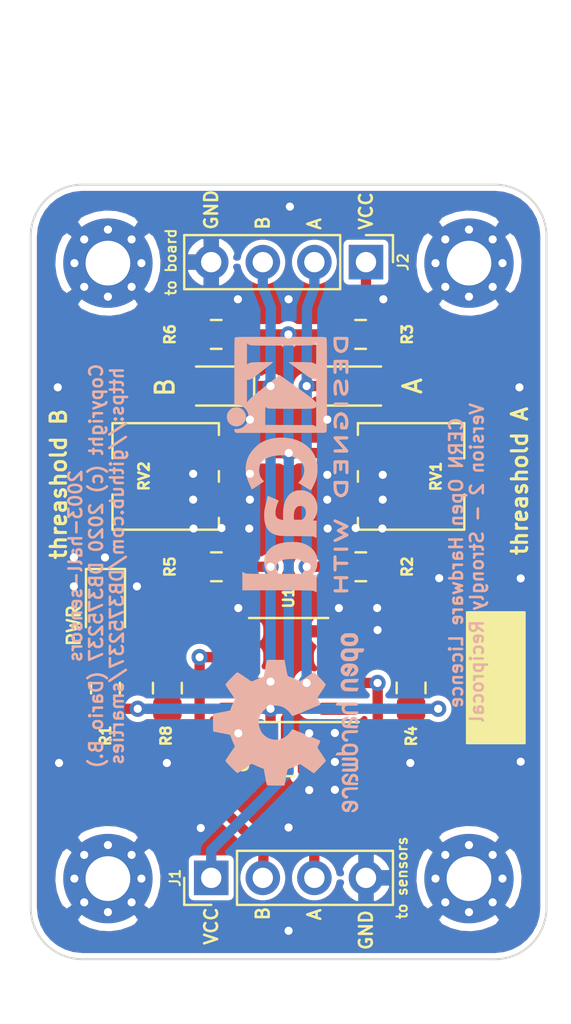
<source format=kicad_pcb>
(kicad_pcb (version 20171130) (host pcbnew "(5.1.5)-3")
  (layers (0 F.Cu signal) (31 B.Cu signal) (34 B.Paste user) (35 F.Paste user) (36 B.SilkS user) (37 F.SilkS user) (38 B.Mask user) (39 F.Mask user) (44 Edge.Cuts user))
  (net 0 "")
  (net 1 GND)
  (net 2 +5V)
  (net 3 "Net-(D2-Pad2)")
  (net 4 "Net-(D3-Pad2)")
  (net 5 /OUT-A)
  (net 6 "Net-(D6-Pad2)")
  (net 7 /OUT-B)
  (net 8 /IN-A)
  (net 9 /IN-B)
  (net 10 /V-REF-A)
  (net 11 /V-REF-B)
  (module Symbol:OSHW-Logo2_9.8x8mm_SilkScreen (layer B.Cu) (at 156.6672 120.5484 270)
    (fp_text reference REF** hide)
    (fp_text value OSHW-Logo2_9.8x8mm_SilkScreen hide)
  )
  (module Symbol:KiCad-Logo2_5mm_SilkScreen (layer B.Cu) (at 156.6164 107.8484 270)
    (fp_text reference REF** hide)
    (fp_text value KiCad-Logo2_5mm_SilkScreen hide)
  )
  (module Package_SO:SOIC-8_3.9x4.9mm_P1.27mm (layer F.Cu) (at 156.674513 117.959446 180)
    (fp_text reference U1 (at 0 3.556 90) (layer F.SilkS) (effects (font (size 0.508 0.508) (thickness 0.127))))
    (fp_text value LMV393)
    (pad 8 smd roundrect (at 2.475 -1.905 180) (size 1.95 0.6) (layers F.Cu F.Paste F.Mask) (net 2 +5V))
    (pad 7 smd roundrect (at 2.475 -0.635 180) (size 1.95 0.6) (layers F.Cu F.Paste F.Mask) (net 7 /OUT-B))
    (pad 6 smd roundrect (at 2.475 0.635 180) (size 1.95 0.6) (layers F.Cu F.Paste F.Mask) (net 9 /IN-B))
    (pad 5 smd roundrect (at 2.475 1.905 180) (size 1.95 0.6) (layers F.Cu F.Paste F.Mask) (net 11 /V-REF-B))
    (pad 4 smd roundrect (at -2.475 1.905 180) (size 1.95 0.6) (layers F.Cu F.Paste F.Mask) (net 1 GND))
    (pad 3 smd roundrect (at -2.475 0.635 180) (size 1.95 0.6) (layers F.Cu F.Paste F.Mask) (net 10 /V-REF-A))
    (pad 2 smd roundrect (at -2.475 -0.635 180) (size 1.95 0.6) (layers F.Cu F.Paste F.Mask) (net 8 /IN-A))
    (pad 1 smd roundrect (at -2.475 -1.905 180) (size 1.95 0.6) (layers F.Cu F.Paste F.Mask) (net 5 /OUT-A))
  )
  (module MountingHole:MountingHole_2.2mm_M2_Pad_Via (layer F.Cu) (at 165.5572 128.2192)
    (fp_text reference H4 hide)
    (fp_text value MountingHole_Pad)
    (pad 1 thru_hole circle (at 1.166726 -1.166726) (size 0.7 0.7) (drill 0.4) (layers *.Cu *.Mask) (net 1 GND))
    (pad 1 thru_hole circle (at 0 -1.65) (size 0.7 0.7) (drill 0.4) (layers *.Cu *.Mask) (net 1 GND))
    (pad 1 thru_hole circle (at -1.166726 -1.166726) (size 0.7 0.7) (drill 0.4) (layers *.Cu *.Mask) (net 1 GND))
    (pad 1 thru_hole circle (at -1.65 0) (size 0.7 0.7) (drill 0.4) (layers *.Cu *.Mask) (net 1 GND))
    (pad 1 thru_hole circle (at -1.166726 1.166726) (size 0.7 0.7) (drill 0.4) (layers *.Cu *.Mask) (net 1 GND))
    (pad 1 thru_hole circle (at 0 1.65) (size 0.7 0.7) (drill 0.4) (layers *.Cu *.Mask) (net 1 GND))
    (pad 1 thru_hole circle (at 1.166726 1.166726) (size 0.7 0.7) (drill 0.4) (layers *.Cu *.Mask) (net 1 GND))
    (pad 1 thru_hole circle (at 1.65 0) (size 0.7 0.7) (drill 0.4) (layers *.Cu *.Mask) (net 1 GND))
    (pad 1 thru_hole circle (at 0 0) (size 4.4 4.4) (drill 2.2) (layers *.Cu *.Mask) (net 1 GND))
  )
  (module Potentiometer_SMD:Potentiometer_Vishay_TS53YL_Vertical (layer F.Cu) (at 150.622514 108.434446)
    (fp_text reference RV2 (at -1.067314 0.785554 90) (layer F.SilkS) (effects (font (size 0.508 0.508) (thickness 0.127)) (justify left)))
    (fp_text value 10K)
    (pad 3 smd rect (at 2.75 1.15) (size 1.3 1.3) (layers F.Cu F.Paste F.Mask) (net 1 GND))
    (pad 2 smd rect (at -2.75 0) (size 2 1.3) (layers F.Cu F.Paste F.Mask) (net 11 /V-REF-B))
    (pad 1 smd rect (at 2.75 -1.15) (size 1.3 1.3) (layers F.Cu F.Paste F.Mask) (net 2 +5V))
  )
  (module Potentiometer_SMD:Potentiometer_Vishay_TS53YL_Vertical (layer F.Cu) (at 162.707014 108.434446 180)
    (fp_text reference RV1 (at -1.226 0 90) (layer F.SilkS) (effects (font (size 0.508 0.508) (thickness 0.127))))
    (fp_text value 10K)
    (pad 1 smd rect (at 2.75 -1.15 180) (size 1.3 1.3) (layers F.Cu F.Paste F.Mask) (net 1 GND))
    (pad 2 smd rect (at -2.75 0 180) (size 2 1.3) (layers F.Cu F.Paste F.Mask) (net 10 /V-REF-A))
    (pad 3 smd rect (at 2.75 1.15 180) (size 1.3 1.3) (layers F.Cu F.Paste F.Mask) (net 2 +5V))
  )
  (module Resistor_SMD:R_0805_2012Metric_Pad1.15x1.40mm_HandSolder (layer F.Cu) (at 150.705515 118.848446 270)
    (fp_text reference R8 (at 2.3495 0.0635 90) (layer F.SilkS) (effects (font (size 0.508 0.508) (thickness 0.127))))
    (fp_text value 10K)
    (pad 2 smd roundrect (at 1.025 0 270) (size 1.15 1.4) (layers F.Cu F.Paste F.Mask) (roundrect_rratio 0.217391) (net 2 +5V))
    (pad 1 smd roundrect (at -1.025 0 270) (size 1.15 1.4) (layers F.Cu F.Paste F.Mask) (roundrect_rratio 0.217391) (net 11 /V-REF-B))
  )
  (module Resistor_SMD:R_0805_2012Metric_Pad1.15x1.40mm_HandSolder (layer F.Cu) (at 153.109513 101.449445 180)
    (fp_text reference R6 (at 2.277 0 90) (layer F.SilkS) (effects (font (size 0.508 0.508) (thickness 0.127))))
    (fp_text value 1K hide)
    (pad 2 smd roundrect (at 1.025 0 180) (size 1.15 1.4) (layers F.Cu F.Paste F.Mask) (roundrect_rratio 0.217391) (net 6 "Net-(D6-Pad2)"))
    (pad 1 smd roundrect (at -1.025 0 180) (size 1.15 1.4) (layers F.Cu F.Paste F.Mask) (roundrect_rratio 0.217391) (net 2 +5V))
  )
  (module Resistor_SMD:R_0805_2012Metric_Pad1.15x1.40mm_HandSolder (layer F.Cu) (at 153.118514 112.879446 180)
    (fp_text reference R5 (at 2.286 0 90) (layer F.SilkS) (effects (font (size 0.508 0.508) (thickness 0.127))))
    (fp_text value 100K)
    (pad 2 smd roundrect (at 1.025 0 180) (size 1.15 1.4) (layers F.Cu F.Paste F.Mask) (roundrect_rratio 0.217391) (net 11 /V-REF-B))
    (pad 1 smd roundrect (at -1.025 0 180) (size 1.15 1.4) (layers F.Cu F.Paste F.Mask) (roundrect_rratio 0.217391) (net 7 /OUT-B))
  )
  (module Resistor_SMD:R_0805_2012Metric_Pad1.15x1.40mm_HandSolder (layer F.Cu) (at 162.707014 118.839446 270)
    (fp_text reference R4 (at 2.369354 -0.0127 90) (layer F.SilkS) (effects (font (size 0.508 0.508) (thickness 0.127))))
    (fp_text value 10K)
    (pad 2 smd roundrect (at 1.025 0 270) (size 1.15 1.4) (layers F.Cu F.Paste F.Mask) (roundrect_rratio 0.217391) (net 2 +5V))
    (pad 1 smd roundrect (at -1.025 0 270) (size 1.15 1.4) (layers F.Cu F.Paste F.Mask) (roundrect_rratio 0.217391) (net 10 /V-REF-A))
  )
  (module Resistor_SMD:R_0805_2012Metric_Pad1.15x1.40mm_HandSolder (layer F.Cu) (at 160.221514 101.449446 180)
    (fp_text reference R3 (at -2.295 0 90) (layer F.SilkS) (effects (font (size 0.508 0.508) (thickness 0.127))))
    (fp_text value 1K)
    (pad 2 smd roundrect (at 1.025 0 180) (size 1.15 1.4) (layers F.Cu F.Paste F.Mask) (roundrect_rratio 0.217391) (net 2 +5V))
    (pad 1 smd roundrect (at -1.025 0 180) (size 1.15 1.4) (layers F.Cu F.Paste F.Mask) (roundrect_rratio 0.217391) (net 3 "Net-(D2-Pad2)"))
  )
  (module Resistor_SMD:R_0805_2012Metric_Pad1.15x1.40mm_HandSolder (layer F.Cu) (at 160.230514 112.879445)
    (fp_text reference R2 (at 2.286 0 90) (layer F.SilkS) (effects (font (size 0.508 0.508) (thickness 0.127))))
    (fp_text value 100K)
    (pad 2 smd roundrect (at 1.025 0) (size 1.15 1.4) (layers F.Cu F.Paste F.Mask) (roundrect_rratio 0.217391) (net 10 /V-REF-A))
    (pad 1 smd roundrect (at -1.025 0) (size 1.15 1.4) (layers F.Cu F.Paste F.Mask) (roundrect_rratio 0.217391) (net 5 /OUT-A))
  )
  (module Resistor_SMD:R_0805_2012Metric_Pad1.15x1.40mm_HandSolder (layer F.Cu) (at 147.657514 118.848445 270)
    (fp_text reference R1 (at 2.921 0 270) (layer F.SilkS) (effects (font (size 0.508 0.508) (thickness 0.127)) (justify left)))
    (fp_text value 1K)
    (pad 2 smd roundrect (at 1.025 0 270) (size 1.15 1.4) (layers F.Cu F.Paste F.Mask) (roundrect_rratio 0.217391) (net 2 +5V))
    (pad 1 smd roundrect (at -1.025 0 270) (size 1.15 1.4) (layers F.Cu F.Paste F.Mask) (roundrect_rratio 0.217391) (net 4 "Net-(D3-Pad2)"))
  )
  (module Connector_PinHeader_2.54mm:PinHeader_1x04_P2.54mm_Vertical (layer F.Cu) (at 160.484513 97.893446 270)
    (fp_text reference J2 (at 0 -1.8288 90) (layer F.SilkS) (effects (font (size 0.508 0.508) (thickness 0.1016))))
    (fp_text value "to board" (at 0 9.6012 90) (layer F.SilkS) (effects (font (size 0.508 0.508) (thickness 0.1016))))
    (pad 4 thru_hole oval (at 0 7.62 270) (size 1.7 1.7) (drill 1) (layers *.Cu *.Mask) (net 1 GND))
    (pad 3 thru_hole oval (at 0 5.08 270) (size 1.7 1.7) (drill 1) (layers *.Cu *.Mask) (net 7 /OUT-B))
    (pad 2 thru_hole oval (at 0 2.54 270) (size 1.7 1.7) (drill 1) (layers *.Cu *.Mask) (net 5 /OUT-A))
    (pad 1 thru_hole rect (at 0 0 270) (size 1.7 1.7) (drill 1) (layers *.Cu *.Mask) (net 2 +5V))
  )
  (module Connector_PinHeader_2.54mm:PinHeader_1x04_P2.54mm_Vertical (layer F.Cu) (at 152.864514 128.182945 90)
    (fp_text reference J1 (at 0 -1.778 90) (layer F.SilkS) (effects (font (size 0.508 0.508) (thickness 0.1016))))
    (fp_text value "to sensors" (at 0 9.398 90) (layer F.SilkS) (effects (font (size 0.508 0.508) (thickness 0.1016))))
    (pad 4 thru_hole oval (at 0 7.62 90) (size 1.7 1.7) (drill 1) (layers *.Cu *.Mask) (net 1 GND))
    (pad 3 thru_hole oval (at 0 5.08 90) (size 1.7 1.7) (drill 1) (layers *.Cu *.Mask) (net 8 /IN-A))
    (pad 2 thru_hole oval (at 0 2.54 90) (size 1.7 1.7) (drill 1) (layers *.Cu *.Mask) (net 9 /IN-B))
    (pad 1 thru_hole rect (at 0 0 90) (size 1.7 1.7) (drill 1) (layers *.Cu *.Mask) (net 2 +5V))
  )
  (module MountingHole:MountingHole_2.2mm_M2_Pad_Via (layer F.Cu) (at 165.5572 97.9424)
    (fp_text reference H3 hide)
    (fp_text value MountingHole_Pad)
    (pad 1 thru_hole circle (at 1.166726 -1.166726) (size 0.7 0.7) (drill 0.4) (layers *.Cu *.Mask) (net 1 GND))
    (pad 1 thru_hole circle (at 0 -1.65) (size 0.7 0.7) (drill 0.4) (layers *.Cu *.Mask) (net 1 GND))
    (pad 1 thru_hole circle (at -1.166726 -1.166726) (size 0.7 0.7) (drill 0.4) (layers *.Cu *.Mask) (net 1 GND))
    (pad 1 thru_hole circle (at -1.65 0) (size 0.7 0.7) (drill 0.4) (layers *.Cu *.Mask) (net 1 GND))
    (pad 1 thru_hole circle (at -1.166726 1.166726) (size 0.7 0.7) (drill 0.4) (layers *.Cu *.Mask) (net 1 GND))
    (pad 1 thru_hole circle (at 0 1.65) (size 0.7 0.7) (drill 0.4) (layers *.Cu *.Mask) (net 1 GND))
    (pad 1 thru_hole circle (at 1.166726 1.166726) (size 0.7 0.7) (drill 0.4) (layers *.Cu *.Mask) (net 1 GND))
    (pad 1 thru_hole circle (at 1.65 0) (size 0.7 0.7) (drill 0.4) (layers *.Cu *.Mask) (net 1 GND))
    (pad 1 thru_hole circle (at 0 0) (size 4.4 4.4) (drill 2.2) (layers *.Cu *.Mask) (net 1 GND))
  )
  (module MountingHole:MountingHole_2.2mm_M2_Pad_Via (layer F.Cu) (at 147.7772 128.2192)
    (fp_text reference H2 hide)
    (fp_text value MountingHole_Pad)
    (pad 1 thru_hole circle (at 1.166726 -1.166726) (size 0.7 0.7) (drill 0.4) (layers *.Cu *.Mask) (net 1 GND))
    (pad 1 thru_hole circle (at 0 -1.65) (size 0.7 0.7) (drill 0.4) (layers *.Cu *.Mask) (net 1 GND))
    (pad 1 thru_hole circle (at -1.166726 -1.166726) (size 0.7 0.7) (drill 0.4) (layers *.Cu *.Mask) (net 1 GND))
    (pad 1 thru_hole circle (at -1.65 0) (size 0.7 0.7) (drill 0.4) (layers *.Cu *.Mask) (net 1 GND))
    (pad 1 thru_hole circle (at -1.166726 1.166726) (size 0.7 0.7) (drill 0.4) (layers *.Cu *.Mask) (net 1 GND))
    (pad 1 thru_hole circle (at 0 1.65) (size 0.7 0.7) (drill 0.4) (layers *.Cu *.Mask) (net 1 GND))
    (pad 1 thru_hole circle (at 1.166726 1.166726) (size 0.7 0.7) (drill 0.4) (layers *.Cu *.Mask) (net 1 GND))
    (pad 1 thru_hole circle (at 1.65 0) (size 0.7 0.7) (drill 0.4) (layers *.Cu *.Mask) (net 1 GND))
    (pad 1 thru_hole circle (at 0 0) (size 4.4 4.4) (drill 2.2) (layers *.Cu *.Mask) (net 1 GND))
  )
  (module MountingHole:MountingHole_2.2mm_M2_Pad_Via (layer F.Cu) (at 147.7772 97.9424)
    (fp_text reference H1 hide)
    (fp_text value MountingHole_Pad)
    (pad 1 thru_hole circle (at 1.166726 -1.166726) (size 0.7 0.7) (drill 0.4) (layers *.Cu *.Mask) (net 1 GND))
    (pad 1 thru_hole circle (at 0 -1.65) (size 0.7 0.7) (drill 0.4) (layers *.Cu *.Mask) (net 1 GND))
    (pad 1 thru_hole circle (at -1.166726 -1.166726) (size 0.7 0.7) (drill 0.4) (layers *.Cu *.Mask) (net 1 GND))
    (pad 1 thru_hole circle (at -1.65 0) (size 0.7 0.7) (drill 0.4) (layers *.Cu *.Mask) (net 1 GND))
    (pad 1 thru_hole circle (at -1.166726 1.166726) (size 0.7 0.7) (drill 0.4) (layers *.Cu *.Mask) (net 1 GND))
    (pad 1 thru_hole circle (at 0 1.65) (size 0.7 0.7) (drill 0.4) (layers *.Cu *.Mask) (net 1 GND))
    (pad 1 thru_hole circle (at 1.166726 1.166726) (size 0.7 0.7) (drill 0.4) (layers *.Cu *.Mask) (net 1 GND))
    (pad 1 thru_hole circle (at 1.65 0) (size 0.7 0.7) (drill 0.4) (layers *.Cu *.Mask) (net 1 GND))
    (pad 1 thru_hole circle (at 0 0) (size 4.4 4.4) (drill 2.2) (layers *.Cu *.Mask) (net 1 GND))
  )
  (module LED_SMD:LED_0805_2012Metric_Pad1.15x1.40mm_HandSolder (layer F.Cu) (at 153.118514 103.989446 180)
    (fp_text reference D6 hide)
    (fp_text value B (at 2.531 -0.0635 90) (layer F.SilkS) (effects (font (size 0.889 0.889) (thickness 0.1524))))
    (pad 2 smd roundrect (at 1.025 0 180) (size 1.15 1.4) (layers F.Cu F.Paste F.Mask) (roundrect_rratio 0.217391) (net 6 "Net-(D6-Pad2)"))
    (pad 1 smd roundrect (at -1.025 0 180) (size 1.15 1.4) (layers F.Cu F.Paste F.Mask) (roundrect_rratio 0.217391) (net 7 /OUT-B))
  )
  (module LED_SMD:LED_0805_2012Metric_Pad1.15x1.40mm_HandSolder (layer F.Cu) (at 147.657514 114.847945 270)
    (fp_text reference D3 hide)
    (fp_text value PWR (at 0.925255 1.556714 90) (layer F.SilkS) (effects (font (size 0.635 0.635) (thickness 0.127))))
    (pad 2 smd roundrect (at 1.025 0 270) (size 1.15 1.4) (layers F.Cu F.Paste F.Mask) (roundrect_rratio 0.217391) (net 4 "Net-(D3-Pad2)"))
    (pad 1 smd roundrect (at -1.025 0 270) (size 1.15 1.4) (layers F.Cu F.Paste F.Mask) (roundrect_rratio 0.217391) (net 1 GND))
  )
  (module LED_SMD:LED_0805_2012Metric_Pad1.15x1.40mm_HandSolder (layer F.Cu) (at 160.230514 103.989446)
    (fp_text reference D2 hide)
    (fp_text value A (at 2.549 0 90) (layer F.SilkS) (effects (font (size 0.889 0.889) (thickness 0.1524))))
    (pad 2 smd roundrect (at 1.025 0) (size 1.15 1.4) (layers F.Cu F.Paste F.Mask) (roundrect_rratio 0.217391) (net 3 "Net-(D2-Pad2)"))
    (pad 1 smd roundrect (at -1.025 0) (size 1.15 1.4) (layers F.Cu F.Paste F.Mask) (roundrect_rratio 0.217391) (net 5 /OUT-A))
  )
  (module Capacitor_SMD:C_0805_2012Metric_Pad1.15x1.40mm_HandSolder (layer F.Cu) (at 156.674513 122.467946)
    (fp_text reference C1 (at -2.2352 0.0127 90) (layer F.SilkS) (effects (font (size 0.508 0.508) (thickness 0.127))))
    (fp_text value 0.1uF)
    (pad 2 smd roundrect (at 1.025 0) (size 1.15 1.4) (layers F.Cu F.Paste F.Mask) (roundrect_rratio 0.217391) (net 1 GND))
    (pad 1 smd roundrect (at -1.025 0) (size 1.15 1.4) (layers F.Cu F.Paste F.Mask) (roundrect_rratio 0.217391) (net 2 +5V))
  )
  (gr_poly (pts (xy 168.3004 121.5644) (xy 165.4556 121.5644) (xy 165.4556 115.1128) (xy 168.3004 115.1128)) (layer F.SilkS) (width 0.1))
  (gr_arc (start 166.834515 96.623445) (end 169.374514 96.623445) (angle -90) (layer Edge.Cuts) (width 0.1016))
  (gr_arc (start 146.514514 96.623445) (end 146.514515 94.083446) (angle -90) (layer Edge.Cuts) (width 0.1016))
  (gr_arc (start 146.514514 129.643445) (end 143.974515 129.643445) (angle -90) (layer Edge.Cuts) (width 0.1016))
  (gr_arc (start 166.834515 129.643445) (end 166.834513 132.183446) (angle -90) (layer Edge.Cuts) (width 0.1016))
  (gr_text "CERN Open Hardware Licence\nVersion 2 - Strongly Reciprocal" (at 165.437514 112.688945 90) (layer B.SilkS) (effects (font (size 0.635 0.635) (thickness 0.127)) (justify mirror)))
  (gr_text "2003-hall-sensors\nCopyright (c) 2020 DB375237 (Dario B.)\nhttps://github.com/DB375237/smarties" (at 147.200315 112.841345 90) (layer B.SilkS) (effects (font (size 0.635 0.635) (thickness 0.127)) (justify mirror)))
  (gr_text A (at 157.944514 130.341945 90) (layer F.SilkS) (effects (font (size 0.635 0.635) (thickness 0.127)) (justify left)))
  (gr_text B (at 155.404514 130.341945 90) (layer F.SilkS) (effects (font (size 0.635 0.635) (thickness 0.127)) (justify left)))
  (gr_text GND (at 160.484514 131.802445 90) (layer F.SilkS) (effects (font (size 0.635 0.635) (thickness 0.127)) (justify left)))
  (gr_text VCC (at 152.864514 131.548445 90) (layer F.SilkS) (effects (font (size 0.635 0.635) (thickness 0.127)) (justify left)))
  (gr_text "threashold B" (at 145.346113 108.815446 90) (layer F.SilkS) (effects (font (size 0.762 0.762) (thickness 0.1524))))
  (gr_text "threashold A" (at 168.053713 108.663046 90) (layer F.SilkS) (effects (font (size 0.762 0.762) (thickness 0.1524))))
  (gr_text A (at 157.944513 96.369446 90) (layer F.SilkS) (effects (font (size 0.635 0.635) (thickness 0.127)) (justify left)))
  (gr_text B (at 155.404513 96.369446 90) (layer F.SilkS) (effects (font (size 0.635 0.635) (thickness 0.127)) (justify left)))
  (gr_text VCC (at 160.484513 96.369445 90) (layer F.SilkS) (effects (font (size 0.635 0.635) (thickness 0.127)) (justify left)))
  (gr_text GND (at 152.864514 96.369446 90) (layer F.SilkS) (effects (font (size 0.635 0.635) (thickness 0.127)) (justify left)))
  (gr_line (start 143.974515 129.643445) (end 143.974515 96.623445) (layer Edge.Cuts) (width 0.1016))
  (gr_line (start 166.834513 132.183446) (end 146.514514 132.183445) (layer Edge.Cuts) (width 0.1016))
  (gr_line (start 169.374514 96.623445) (end 169.374514 129.643445) (layer Edge.Cuts) (width 0.1016))
  (gr_line (start 146.514515 94.083446) (end 166.834513 94.083445) (layer Edge.Cuts) (width 0.1016))
  (via (at 168.104514 122.467945) (size 0.8) (drill 0.4) (layers F.Cu B.Cu) (net 1))
  (via (at 145.308014 104.052945) (size 0.8) (drill 0.4) (layers F.Cu B.Cu) (net 1))
  (via (at 168.041014 104.052946) (size 0.8) (drill 0.4) (layers F.Cu B.Cu) (net 1))
  (via (at 145.371514 122.531445) (size 0.8) (drill 0.4) (layers F.Cu B.Cu) (net 1))
  (via (at 156.674515 130.786445) (size 0.8) (drill 0.4) (layers F.Cu B.Cu) (net 1))
  (via (at 154.769515 109.577446) (size 0.8) (drill 0.4) (layers F.Cu B.Cu) (net 1))
  (via (at 151.975514 109.577445) (size 0.8) (drill 0.4) (layers F.Cu B.Cu) (net 1))
  (via (at 153.372515 110.974445) (size 0.8) (drill 0.4) (layers F.Cu B.Cu) (net 1))
  (via (at 158.579513 109.577445) (size 0.8) (drill 0.4) (layers F.Cu B.Cu) (net 1))
  (via (at 159.976515 110.974445) (size 0.8) (drill 0.4) (layers F.Cu B.Cu) (net 1))
  (via (at 161.310013 109.577445) (size 0.8) (drill 0.4) (layers F.Cu B.Cu) (net 1))
  (via (at 159.151013 114.911445) (size 0.8) (drill 0.4) (layers F.Cu B.Cu) (net 1))
  (via (at 154.198015 114.911446) (size 0.8) (drill 0.4) (layers F.Cu B.Cu) (net 1))
  (via (at 157.690515 123.864947) (size 0.8) (drill 0.4) (layers F.Cu B.Cu) (net 1))
  (via (at 158.9532 122.4788) (size 0.8) (drill 0.4) (layers F.Cu B.Cu) (net 1))
  (via (at 154.178 99.7204) (size 0.8) (drill 0.4) (layers F.Cu B.Cu) (net 1))
  (via (at 156.738014 95.162946) (size 0.8) (drill 0.4) (layers F.Cu B.Cu) (net 1))
  (segment (start 160.484513 127.992446) (end 160.357514 128.119445) (width 0.508) (layer B.Cu) (net 1))
  (via (at 161.3408 99.7204) (size 0.8) (drill 0.4) (layers F.Cu B.Cu) (net 1))
  (via (at 157.690514 121.070945) (size 0.8) (drill 0.4) (layers F.Cu B.Cu) (net 1))
  (via (at 154.198015 121.070945) (size 0.8) (drill 0.4) (layers F.Cu B.Cu) (net 1))
  (via (at 156.674514 125.706445) (size 0.8) (drill 0.4) (layers F.Cu B.Cu) (net 1))
  (via (at 161.056013 115.990946) (size 0.8) (drill 0.4) (layers F.Cu B.Cu) (net 1))
  (via (at 168.104515 113.450947) (size 0.8) (drill 0.4) (layers F.Cu B.Cu) (net 1))
  (via (at 146.1008 113.8428) (size 0.8) (drill 0.4) (layers F.Cu B.Cu) (net 1))
  (via (at 154.769513 105.640446) (size 0.8) (drill 0.4) (layers F.Cu B.Cu) (net 1))
  (via (at 158.579513 105.640446) (size 0.8) (drill 0.4) (layers F.Cu B.Cu) (net 1))
  (via (at 164.091314 113.438245) (size 0.8) (drill 0.4) (layers F.Cu B.Cu) (net 1))
  (via (at 147.632114 112.422246) (size 0.8) (drill 0.4) (layers F.Cu B.Cu) (net 1))
  (via (at 149.206913 113.844645) (size 0.8) (drill 0.4) (layers F.Cu B.Cu) (net 1))
  (via (at 156.674514 99.7204) (size 0.8) (drill 0.4) (layers F.Cu B.Cu) (net 1))
  (via (at 150.680114 122.531445) (size 0.8) (drill 0.4) (layers F.Cu B.Cu) (net 1))
  (via (at 162.668914 122.531445) (size 0.8) (drill 0.4) (layers F.Cu B.Cu) (net 1))
  (via (at 158.9532 121.0564) (size 0.8) (drill 0.4) (layers F.Cu B.Cu) (net 1))
  (via (at 158.9532 123.8504) (size 0.8) (drill 0.4) (layers F.Cu B.Cu) (net 1))
  (via (at 161.036 114.9096) (size 0.8) (drill 0.4) (layers F.Cu B.Cu) (net 1))
  (via (at 154.7368 110.998) (size 0.8) (drill 0.4) (layers F.Cu B.Cu) (net 1))
  (via (at 151.9936 110.998) (size 0.8) (drill 0.4) (layers F.Cu B.Cu) (net 1))
  (via (at 158.5976 110.998) (size 0.8) (drill 0.4) (layers F.Cu B.Cu) (net 1))
  (via (at 161.29 110.998) (size 0.8) (drill 0.4) (layers F.Cu B.Cu) (net 1))
  (via (at 146.1008 112.4204) (size 0.8) (drill 0.4) (layers F.Cu B.Cu) (net 1))
  (via (at 152.3492 125.73) (size 0.8) (drill 0.4) (layers F.Cu B.Cu) (net 1))
  (via (at 158.579513 108.3564) (size 0.8) (drill 0.4) (layers F.Cu B.Cu) (net 1))
  (via (at 161.310013 108.3564) (size 0.8) (drill 0.4) (layers F.Cu B.Cu) (net 1))
  (via (at 154.769515 108.3056) (size 0.8) (drill 0.4) (layers F.Cu B.Cu) (net 1))
  (via (at 151.975514 108.3056) (size 0.8) (drill 0.4) (layers F.Cu B.Cu) (net 1))
  (segment (start 154.134514 101.449446) (end 156.665354 101.449446) (width 0.508) (layer F.Cu) (net 2))
  (segment (start 156.674513 101.449446) (end 156.674513 101.449446) (width 0.508) (layer F.Cu) (net 2))
  (segment (start 153.589514 107.291445) (end 153.582514 107.284445) (width 0.508) (layer F.Cu) (net 2))
  (segment (start 156.674515 107.291445) (end 153.589514 107.291445) (width 0.508) (layer F.Cu) (net 2))
  (segment (start 156.681514 107.284444) (end 156.681514 107.284444) (width 0.508) (layer F.Cu) (net 2))
  (segment (start 159.957014 107.284445) (end 156.681514 107.284444) (width 0.508) (layer F.Cu) (net 2))
  (segment (start 155.380014 124.309445) (end 156.674514 122.975945) (width 0.508) (layer B.Cu) (net 2))
  (segment (start 152.864514 128.182945) (end 152.864514 126.824945) (width 0.508) (layer B.Cu) (net 2))
  (segment (start 152.864514 126.824945) (end 155.380014 124.309445) (width 0.508) (layer B.Cu) (net 2))
  (via (at 155.785515 119.864445) (size 0.8) (drill 0.4) (layers F.Cu B.Cu) (net 2))
  (segment (start 155.785515 119.864445) (end 156.674514 119.864445) (width 0.508) (layer B.Cu) (net 2))
  (segment (start 155.785515 119.864445) (end 154.199514 119.864445) (width 0.508) (layer F.Cu) (net 2))
  (via (at 149.245014 119.864446) (size 0.8) (drill 0.4) (layers F.Cu B.Cu) (net 2))
  (segment (start 150.705514 119.873445) (end 149.245014 119.864446) (width 0.508) (layer F.Cu) (net 2))
  (segment (start 155.785515 119.864445) (end 149.245014 119.864446) (width 0.508) (layer B.Cu) (net 2))
  (segment (start 156.674514 122.975945) (end 156.674515 122.404445) (width 0.508) (layer B.Cu) (net 2))
  (segment (start 156.674515 122.404445) (end 156.674514 119.864445) (width 0.508) (layer B.Cu) (net 2))
  (segment (start 155.785514 122.331945) (end 155.649514 122.467945) (width 0.508) (layer F.Cu) (net 2))
  (segment (start 155.785515 119.864445) (end 155.785514 122.331945) (width 0.508) (layer F.Cu) (net 2))
  (via (at 164.040515 119.864445) (size 0.8) (drill 0.4) (layers F.Cu B.Cu) (net 2))
  (segment (start 156.674514 119.864445) (end 164.040515 119.864445) (width 0.508) (layer B.Cu) (net 2))
  (segment (start 162.707014 119.864445) (end 164.040515 119.864445) (width 0.508) (layer F.Cu) (net 2))
  (segment (start 147.666515 119.864446) (end 147.657514 119.873446) (width 0.508) (layer F.Cu) (net 2))
  (segment (start 149.245014 119.864446) (end 147.666515 119.864446) (width 0.508) (layer F.Cu) (net 2))
  (segment (start 160.484513 99.011046) (end 160.484513 97.893446) (width 0.508) (layer F.Cu) (net 2))
  (segment (start 159.620913 99.976246) (end 160.484513 99.214246) (width 0.508) (layer F.Cu) (net 2))
  (segment (start 160.484513 99.214246) (end 160.484513 99.011046) (width 0.508) (layer F.Cu) (net 2))
  (segment (start 159.196514 101.449445) (end 159.196514 100.400646) (width 0.508) (layer F.Cu) (net 2))
  (segment (start 159.196514 100.400646) (end 159.620913 99.976246) (width 0.508) (layer F.Cu) (net 2))
  (segment (start 156.681514 107.284444) (end 156.681514 107.284444) (width 0.508) (layer F.Cu) (net 2))
  (segment (start 156.674513 101.449446) (end 159.196514 101.449445) (width 0.508) (layer F.Cu) (net 2))
  (segment (start 156.665354 101.449446) (end 156.674513 101.449446) (width 0.508) (layer F.Cu) (net 2))
  (via (at 156.665354 101.449446) (size 0.8) (drill 0.4) (layers F.Cu B.Cu) (net 2))
  (segment (start 156.681514 107.284444) (end 156.674515 107.291445) (width 0.508) (layer F.Cu) (net 2))
  (via (at 156.681514 107.284444) (size 0.8) (drill 0.4) (layers F.Cu B.Cu) (net 2))
  (segment (start 156.665354 107.268284) (end 156.681514 107.284444) (width 0.508) (layer B.Cu) (net 2))
  (segment (start 156.665354 101.449446) (end 156.665354 107.268284) (width 0.508) (layer B.Cu) (net 2))
  (segment (start 156.674514 118.975446) (end 156.674514 119.864445) (width 0.508) (layer B.Cu) (net 2))
  (segment (start 156.681514 118.968446) (end 156.674514 118.975446) (width 0.508) (layer B.Cu) (net 2))
  (segment (start 156.681514 107.284444) (end 156.681514 118.968446) (width 0.508) (layer B.Cu) (net 2))
  (segment (start 161.246514 101.195445) (end 161.246514 103.735445) (width 0.508) (layer F.Cu) (net 3))
  (segment (start 147.657513 115.872945) (end 147.657514 117.823446) (width 0.508) (layer F.Cu) (net 4))
  (segment (start 157.944514 103.989445) (end 159.205514 103.989446) (width 0.508) (layer F.Cu) (net 5))
  (via (at 157.563513 112.879445) (size 0.8) (drill 0.4) (layers F.Cu B.Cu) (net 5))
  (segment (start 157.563513 112.879445) (end 159.205514 112.879446) (width 0.508) (layer F.Cu) (net 5))
  (via (at 157.563514 103.989445) (size 0.8) (drill 0.4) (layers F.Cu B.Cu) (net 5))
  (via (at 157.563515 118.594445) (size 0.8) (drill 0.4) (layers F.Cu B.Cu) (net 5))
  (segment (start 157.563513 104.370446) (end 157.563514 103.989445) (width 0.508) (layer B.Cu) (net 5))
  (segment (start 157.563515 118.594445) (end 157.563513 104.370446) (width 0.508) (layer B.Cu) (net 5))
  (segment (start 157.690513 119.864446) (end 159.149514 119.864446) (width 0.508) (layer F.Cu) (net 5))
  (segment (start 157.563515 118.594445) (end 157.563513 119.737446) (width 0.508) (layer F.Cu) (net 5))
  (segment (start 157.563513 119.737446) (end 157.690513 119.864446) (width 0.508) (layer F.Cu) (net 5))
  (segment (start 157.944515 99.112646) (end 157.944514 97.893445) (width 0.508) (layer B.Cu) (net 5))
  (segment (start 157.563514 103.989445) (end 157.5816 100.1268) (width 0.508) (layer B.Cu) (net 5))
  (segment (start 157.5816 100.1268) (end 157.944515 99.112646) (width 0.508) (layer B.Cu) (net 5))
  (segment (start 152.102514 101.195446) (end 152.102514 103.798945) (width 0.508) (layer F.Cu) (net 6))
  (segment (start 154.199514 118.594446) (end 155.785515 118.594445) (width 0.508) (layer F.Cu) (net 7))
  (segment (start 155.785514 103.989445) (end 154.143514 103.989446) (width 0.508) (layer F.Cu) (net 7))
  (via (at 155.785514 103.989445) (size 0.8) (drill 0.4) (layers F.Cu B.Cu) (net 7))
  (via (at 155.785515 112.879447) (size 0.8) (drill 0.4) (layers F.Cu B.Cu) (net 7))
  (segment (start 155.785514 103.989445) (end 155.785515 106.529446) (width 0.508) (layer B.Cu) (net 7))
  (segment (start 155.785515 106.529446) (end 155.785515 112.879447) (width 0.508) (layer B.Cu) (net 7))
  (segment (start 155.785514 113.44513) (end 155.785515 118.594445) (width 0.508) (layer B.Cu) (net 7))
  (segment (start 155.785515 112.879447) (end 155.785514 113.44513) (width 0.508) (layer B.Cu) (net 7))
  (segment (start 154.143514 112.879445) (end 155.785515 112.879447) (width 0.508) (layer F.Cu) (net 7))
  (via (at 155.785515 118.530946) (size 0.8) (drill 0.4) (layers F.Cu B.Cu) (net 7))
  (segment (start 155.8036 100.1268) (end 155.785515 101.195445) (width 0.508) (layer B.Cu) (net 7))
  (segment (start 155.404513 97.893446) (end 155.404513 99.095526) (width 0.508) (layer B.Cu) (net 7))
  (segment (start 155.785515 101.195445) (end 155.785514 103.989445) (width 0.508) (layer B.Cu) (net 7))
  (segment (start 155.404513 99.095526) (end 155.8036 100.1268) (width 0.508) (layer B.Cu) (net 7))
  (via (at 161.056014 118.594445) (size 0.8) (drill 0.4) (layers F.Cu B.Cu) (net 8))
  (segment (start 161.056014 118.594445) (end 159.149514 118.594446) (width 0.508) (layer F.Cu) (net 8))
  (segment (start 161.0868 123.7996) (end 161.056014 118.594445) (width 0.508) (layer F.Cu) (net 8))
  (segment (start 157.944514 128.182945) (end 157.9372 126.8476) (width 0.508) (layer F.Cu) (net 8))
  (segment (start 157.9372 126.8476) (end 161.0868 123.7996) (width 0.508) (layer F.Cu) (net 8))
  (segment (start 154.199513 117.324445) (end 152.293013 117.324445) (width 0.508) (layer F.Cu) (net 9))
  (via (at 152.293013 117.324445) (size 0.8) (drill 0.4) (layers F.Cu B.Cu) (net 9))
  (segment (start 155.448 126.7968) (end 155.404515 128.182945) (width 0.508) (layer F.Cu) (net 9))
  (segment (start 152.293013 117.324445) (end 152.293014 123.698) (width 0.508) (layer F.Cu) (net 9))
  (segment (start 152.293014 123.698) (end 155.448 126.7968) (width 0.508) (layer F.Cu) (net 9))
  (segment (start 162.262514 112.879445) (end 161.255514 112.879446) (width 0.508) (layer F.Cu) (net 10))
  (segment (start 162.643515 117.324445) (end 162.262513 117.315445) (width 0.508) (layer F.Cu) (net 10))
  (segment (start 161.255514 112.879446) (end 162.643513 112.879446) (width 0.508) (layer F.Cu) (net 10))
  (segment (start 165.457014 110.065944) (end 165.457014 108.434445) (width 0.508) (layer F.Cu) (net 10))
  (segment (start 162.643513 112.879446) (end 165.457014 110.065944) (width 0.508) (layer F.Cu) (net 10))
  (segment (start 162.770514 112.815945) (end 162.643513 112.879446) (width 0.508) (layer F.Cu) (net 10))
  (segment (start 162.707014 117.814445) (end 162.770514 112.815945) (width 0.508) (layer F.Cu) (net 10))
  (segment (start 161.691014 117.832446) (end 161.183014 117.324445) (width 0.508) (layer F.Cu) (net 10))
  (segment (start 161.183014 117.324445) (end 159.149514 117.324445) (width 0.508) (layer F.Cu) (net 10))
  (segment (start 161.989014 117.832445) (end 161.691014 117.832446) (width 0.508) (layer F.Cu) (net 10))
  (segment (start 162.707014 117.814445) (end 162.007013 117.814445) (width 0.508) (layer F.Cu) (net 10))
  (segment (start 162.007013 117.814445) (end 161.989014 117.832445) (width 0.508) (layer F.Cu) (net 10))
  (segment (start 152.093513 112.879445) (end 150.578515 112.879447) (width 0.508) (layer F.Cu) (net 11))
  (segment (start 147.872514 110.173447) (end 147.872514 108.434445) (width 0.508) (layer F.Cu) (net 11))
  (segment (start 150.578515 112.879447) (end 147.872514 110.173447) (width 0.508) (layer F.Cu) (net 11))
  (segment (start 150.705514 117.823445) (end 150.705514 116.625945) (width 0.508) (layer F.Cu) (net 11))
  (segment (start 150.705514 116.625945) (end 151.277014 116.054446) (width 0.508) (layer F.Cu) (net 11))
  (segment (start 151.277014 116.054446) (end 151.467515 116.054447) (width 0.508) (layer F.Cu) (net 11))
  (segment (start 151.467515 116.054447) (end 152.093513 116.054445) (width 0.508) (layer F.Cu) (net 11))
  (segment (start 152.093513 116.054445) (end 152.093513 112.879445) (width 0.508) (layer F.Cu) (net 11))
  (segment (start 154.199514 116.054445) (end 152.093513 116.054445) (width 0.508) (layer F.Cu) (net 11))
  (zone (net 1) (net_name GND) (layer F.Cu) (connect_pads (clearance 0.254)) (min_thickness 0.3048) (fill yes (arc_segments 32) (thermal_gap 0.381) (thermal_bridge_width 0.762))
    (polygon (pts (xy 170.581015 92.876945) (xy 170.073014 133.262944) (xy 142.463213 133.529645) (xy 142.641015 92.749947)))
  )
  (zone (net 1) (net_name GND) (layer B.Cu) (connect_pads (clearance 0.254)) (min_thickness 0.3048) (fill yes (arc_segments 32) (thermal_gap 0.381) (thermal_bridge_width 0.762))
    (polygon (pts (xy 170.061321 93.356982) (xy 170.061323 132.663481) (xy 143.391323 132.726981) (xy 143.454821 93.229982)))
  )
)
</source>
